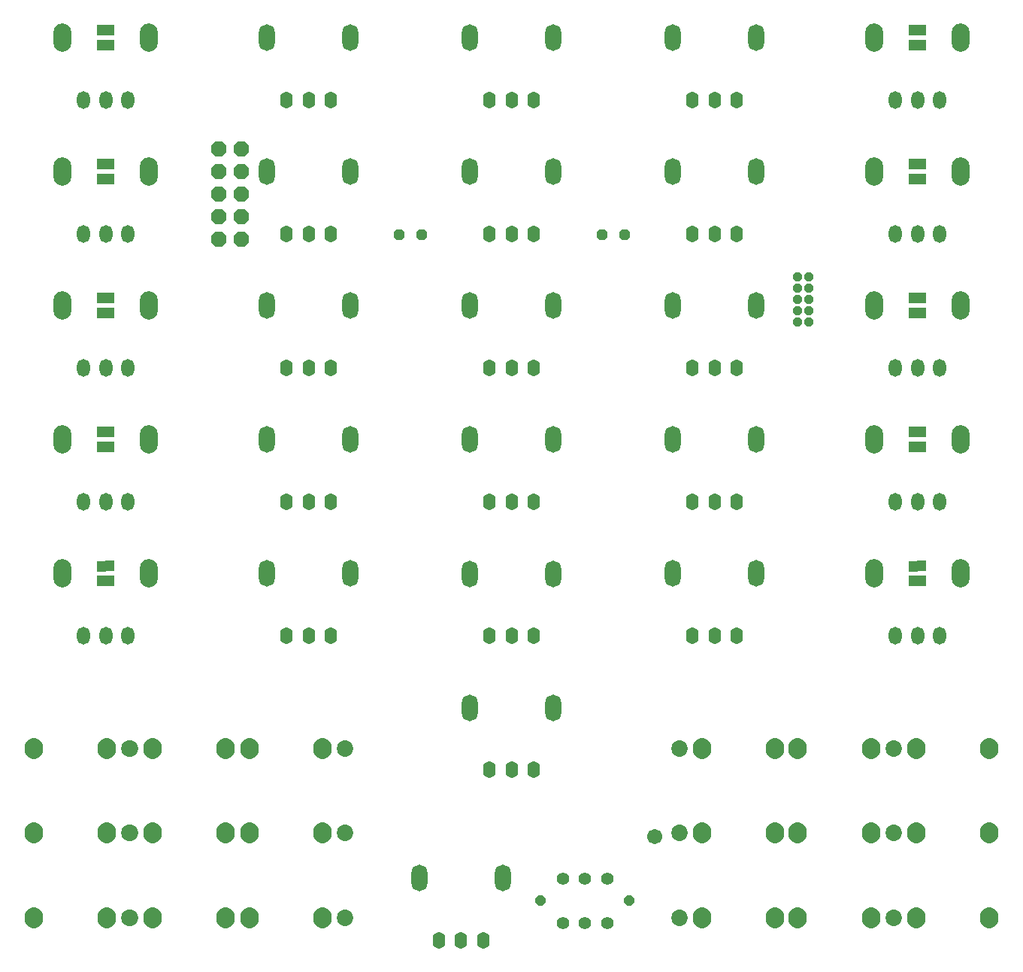
<source format=gbs>
G04 DipTrace 3.3.0.0*
G04 uElements22_02.GBS*
%MOIN*%
G04 #@! TF.FileFunction,Soldermask,Bot*
G04 #@! TF.Part,Single*
%AMOUTLINE19*
4,1,16,
-0.0415,-0.005451,
-0.037483,-0.023051,
-0.025939,-0.037527,
-0.009258,-0.04556,
0.009258,-0.04556,
0.025939,-0.037527,
0.037483,-0.023051,
0.0415,-0.005451,
0.0415,0.005451,
0.037483,0.023051,
0.025939,0.037527,
0.009258,0.04556,
-0.009258,0.04556,
-0.025939,0.037527,
-0.037483,0.023051,
-0.0415,0.005451,
-0.0415,-0.005451,
0*%
%AMOUTLINE22*
4,1,16,
0.0415,0.005451,
0.037483,0.023051,
0.025939,0.037527,
0.009258,0.04556,
-0.009258,0.04556,
-0.025939,0.037527,
-0.037483,0.023051,
-0.0415,0.005451,
-0.0415,-0.005451,
-0.037483,-0.023051,
-0.025939,-0.037527,
-0.009258,-0.04556,
0.009258,-0.04556,
0.025939,-0.037527,
0.037483,-0.023051,
0.0415,-0.005451,
0.0415,0.005451,
0*%
%AMOUTLINE24*
4,1,8,
0.008419,0.020325,
0.020325,0.008419,
0.020325,-0.008419,
0.008419,-0.020325,
-0.008419,-0.020325,
-0.020325,-0.008419,
-0.020325,0.008419,
-0.008419,0.020325,
0.008419,0.020325,
0*%
%AMOUTLINE25*
4,1,8,
-0.014159,-0.034184,
-0.034184,-0.014159,
-0.034184,0.014159,
-0.014159,0.034184,
0.014159,0.034184,
0.034184,0.014159,
0.034184,-0.014159,
0.014159,-0.034184,
-0.014159,-0.034184,
0*%
%AMOUTLINE27*
4,1,8,
0.024021,0.00995,
0.00995,0.024021,
-0.00995,0.024021,
-0.024021,0.00995,
-0.024021,-0.00995,
-0.00995,-0.024021,
0.00995,-0.024021,
0.024021,-0.00995,
0.024021,0.00995,
0*%
%AMOUTLINE29*
4,1,8,
0.02197,0.0091,
0.0091,0.02197,
-0.0091,0.02197,
-0.02197,0.0091,
-0.02197,-0.0091,
-0.0091,-0.02197,
0.0091,-0.02197,
0.02197,-0.0091,
0.02197,0.0091,
0*%
%ADD43O,0.055X0.074*%
%ADD44O,0.072X0.118*%
%ADD47C,0.055433*%
%ADD64C,0.067055*%
%ADD70O,0.078866X0.12611*%
%ADD72O,0.058X0.078*%
%ADD80C,0.073*%
%ADD84R,0.041X0.051307*%
%ADD110OUTLINE19*%
%ADD113OUTLINE22*%
%ADD115OUTLINE24*%
%ADD116OUTLINE25*%
%ADD118OUTLINE27*%
%ADD120OUTLINE29*%
%FSLAX26Y26*%
G04*
G70*
G90*
G75*
G01*
G04 BotMask*
%LPD*%
D84*
X4350249Y2127000D3*
Y2060535D3*
X4387751Y2061000D3*
Y2127465D3*
X4350249Y2720751D3*
Y2654286D3*
X4387751Y2654751D3*
Y2721215D3*
X4350249Y3314500D3*
Y3248035D3*
X4387751Y3248500D3*
Y3314965D3*
X4350249Y3908251D3*
Y3841786D3*
X4387751Y3842251D3*
Y3908715D3*
X4350249Y4502000D3*
Y4435535D3*
X4387751Y4436000D3*
Y4502465D3*
X750249Y2127000D3*
Y2060535D3*
X787751Y2061000D3*
Y2127465D3*
X750249Y2720751D3*
Y2654286D3*
X787751Y2654751D3*
Y2721215D3*
X750249Y3314500D3*
Y3248035D3*
X787751Y3248500D3*
Y3314965D3*
X750249Y3908251D3*
Y3841786D3*
X787751Y3842251D3*
Y3908715D3*
X750249Y4502000D3*
Y4435535D3*
X787751Y4436000D3*
Y4502465D3*
D110*
X4162251Y944000D3*
X3837251D3*
D80*
X4262251D3*
D113*
X3413251D3*
X3738251D3*
D80*
X3313251D3*
D113*
X1731000Y945105D3*
X1406000D3*
D80*
X1831000D3*
D113*
X975749D3*
X1300749D3*
D80*
X875749D3*
D113*
X3413301Y569000D3*
X3738301D3*
D80*
X3313301D3*
D113*
X4162097Y568982D3*
X3837097D3*
D80*
X4262097D3*
D113*
X1731000Y570105D3*
X1406000D3*
D80*
X1831000D3*
D113*
X975749D3*
X1300749D3*
D80*
X875749D3*
D110*
X3413251Y1319000D3*
X3738251D3*
D80*
X3313251D3*
D110*
X4162251D3*
X3837251D3*
D80*
X4262251D3*
D113*
X4363249Y569000D3*
X4688249D3*
D80*
X4263249D3*
D113*
X4363249Y944000D3*
X4688249D3*
D80*
X4263249D3*
D110*
X4363249Y1319000D3*
X4688249D3*
D80*
X4263249D3*
D110*
X1731000D3*
X1406000D3*
D80*
X1831000D3*
D110*
X975749D3*
X1300749D3*
D80*
X875749D3*
D110*
X774749Y569000D3*
X449749D3*
D80*
X874749D3*
D110*
X774749Y944000D3*
X449749D3*
D80*
X874749D3*
D113*
X774749Y1319000D3*
X449749D3*
D80*
X874749D3*
D115*
X3886484Y3210264D3*
X3836486D3*
X3886484Y3260264D3*
X3836486D3*
X3886484Y3310264D3*
X3836486D3*
X3886484Y3360264D3*
X3836486D3*
X3886484Y3410264D3*
X3836486D3*
D116*
X1268643Y3976979D3*
X1368643D3*
X1268643Y3876979D3*
X1368643D3*
X1268643Y3776979D3*
X1368643D3*
X1268643Y3676979D3*
X1368643D3*
X1268643Y3576979D3*
X1368643D3*
D118*
X2969000Y3594000D3*
X3069000D3*
X2069000D3*
X2169000D3*
D43*
X2245575Y468409D3*
X2344000D3*
X2442425D3*
D44*
X2158961Y744000D3*
X2529039D3*
D43*
X2470575Y1224409D3*
X2569000D3*
X2667425D3*
D44*
X2383961Y1500000D3*
X2754039D3*
D43*
X2470575Y1818169D3*
X2569000D3*
X2667425D3*
D44*
X2383961Y2093760D3*
X2754039D3*
D43*
X2470575Y2412160D3*
X2569000D3*
X2667425D3*
D44*
X2383961Y2687751D3*
X2754039D3*
D43*
X2470575Y4193224D3*
X2569000D3*
X2667425D3*
D44*
X2383961Y4468815D3*
X2754039D3*
D43*
X2470575Y3599472D3*
X2569000D3*
X2667425D3*
D44*
X2383961Y3875063D3*
X2754039D3*
D43*
X2470575Y3005722D3*
X2569000D3*
X2667425D3*
D44*
X2383961Y3281312D3*
X2754039D3*
D43*
X3370575Y3599660D3*
X3469000D3*
X3567425D3*
D44*
X3283961Y3875251D3*
X3654039D3*
D43*
X1570575Y2412409D3*
X1669000D3*
X1767425D3*
D44*
X1483961Y2688000D3*
X1854039D3*
D43*
X3370575Y2412160D3*
X3469000D3*
X3567425D3*
D44*
X3283961Y2687751D3*
X3654039D3*
D43*
X1570575Y3599660D3*
X1669000D3*
X1767425D3*
D44*
X1483961Y3875251D3*
X1854039D3*
D43*
X3370575Y1818409D3*
X3469000D3*
X3567425D3*
D44*
X3283961Y2094000D3*
X3654039D3*
D43*
X3370575Y3005909D3*
X3469000D3*
X3567425D3*
D44*
X3283961Y3281500D3*
X3654039D3*
D43*
X3370575Y4193409D3*
X3469000D3*
X3567425D3*
D44*
X3283961Y4469000D3*
X3654039D3*
D43*
X1570575Y1818409D3*
X1669000D3*
X1767425D3*
D44*
X1483961Y2094000D3*
X1854039D3*
D43*
X1570575Y3005909D3*
X1669000D3*
X1767425D3*
D44*
X1483961Y3281500D3*
X1854039D3*
D43*
X1570575Y4193409D3*
X1669000D3*
X1767425D3*
D44*
X1483961Y4469000D3*
X1854039D3*
D72*
X4270000Y1818000D3*
X4369000D3*
X4468000D3*
D70*
X4178055Y2094000D3*
X4559945D3*
D72*
X4270000Y2411749D3*
X4369000D3*
X4468000D3*
D70*
X4178055Y2687749D3*
X4559945D3*
D72*
X4270000Y3005500D3*
X4369000D3*
X4468000D3*
D70*
X4178055Y3281500D3*
X4559945D3*
D72*
X4270000Y3599249D3*
X4369000D3*
X4468000D3*
D70*
X4178055Y3875249D3*
X4559945D3*
D72*
X4270000Y4193000D3*
X4369000D3*
X4468000D3*
D70*
X4178055Y4469000D3*
X4559945D3*
D72*
X670000Y1818000D3*
X769000D3*
X868000D3*
D70*
X578055Y2094000D3*
X959945D3*
D72*
X670000Y2411751D3*
X769000D3*
X868000D3*
D70*
X578055Y2687751D3*
X959945D3*
D72*
X670000Y3005500D3*
X769000D3*
X868000D3*
D70*
X578055Y3281500D3*
X959945D3*
D72*
X670000Y3599251D3*
X769000D3*
X868000D3*
D70*
X578055Y3875251D3*
X959945D3*
D72*
X670000Y4193000D3*
X769000D3*
X868000D3*
D70*
X578055Y4469000D3*
X959945D3*
D120*
X3090850Y644000D3*
X2697150D3*
D47*
X2992425Y545575D3*
X2894000D3*
X2795575D3*
X2992425Y742425D3*
X2894000D3*
X2795575D3*
D64*
X3203423Y928185D3*
M02*

</source>
